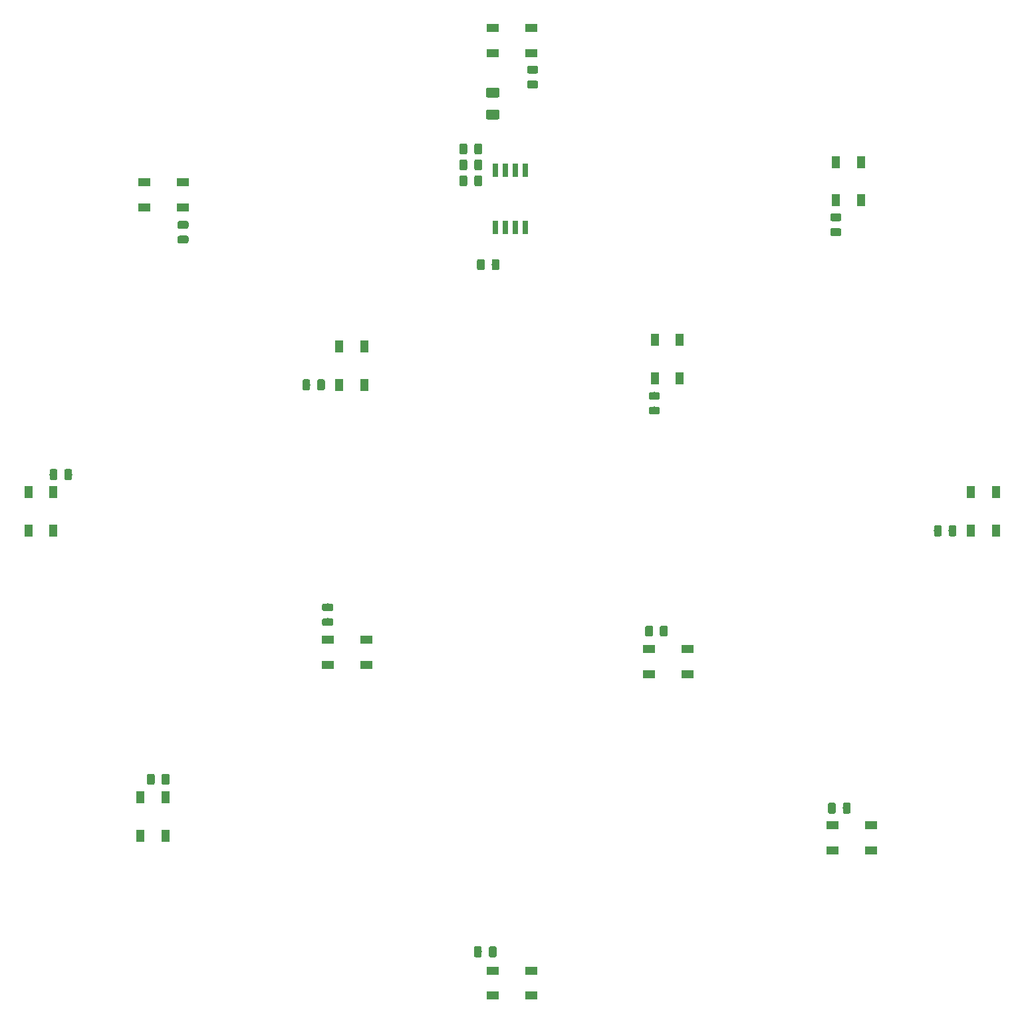
<source format=gbr>
G04 #@! TF.GenerationSoftware,KiCad,Pcbnew,(5.1.2)-2*
G04 #@! TF.CreationDate,2019-09-25T22:48:14-04:00*
G04 #@! TF.ProjectId,LEDWall,4c454457-616c-46c2-9e6b-696361645f70,rev?*
G04 #@! TF.SameCoordinates,Original*
G04 #@! TF.FileFunction,Paste,Top*
G04 #@! TF.FilePolarity,Positive*
%FSLAX46Y46*%
G04 Gerber Fmt 4.6, Leading zero omitted, Abs format (unit mm)*
G04 Created by KiCad (PCBNEW (5.1.2)-2) date 2019-09-25 22:48:14*
%MOMM*%
%LPD*%
G04 APERTURE LIST*
%ADD10R,1.500000X1.000000*%
%ADD11C,0.150000*%
%ADD12C,0.975000*%
%ADD13R,0.650000X1.700000*%
%ADD14C,1.250000*%
%ADD15R,1.000000X1.500000*%
G04 APERTURE END LIST*
D10*
G04 #@! TO.C,D12*
X113374000Y-106477000D03*
X113374000Y-109677000D03*
X118274000Y-106477000D03*
X118274000Y-109677000D03*
G04 #@! TD*
G04 #@! TO.C,D11*
X154268000Y-107683500D03*
X154268000Y-110883500D03*
X159168000Y-107683500D03*
X159168000Y-110883500D03*
G04 #@! TD*
D11*
G04 #@! TO.C,C12*
G36*
X113827642Y-101890674D02*
G01*
X113851303Y-101894184D01*
X113874507Y-101899996D01*
X113897029Y-101908054D01*
X113918653Y-101918282D01*
X113939170Y-101930579D01*
X113958383Y-101944829D01*
X113976107Y-101960893D01*
X113992171Y-101978617D01*
X114006421Y-101997830D01*
X114018718Y-102018347D01*
X114028946Y-102039971D01*
X114037004Y-102062493D01*
X114042816Y-102085697D01*
X114046326Y-102109358D01*
X114047500Y-102133250D01*
X114047500Y-102620750D01*
X114046326Y-102644642D01*
X114042816Y-102668303D01*
X114037004Y-102691507D01*
X114028946Y-102714029D01*
X114018718Y-102735653D01*
X114006421Y-102756170D01*
X113992171Y-102775383D01*
X113976107Y-102793107D01*
X113958383Y-102809171D01*
X113939170Y-102823421D01*
X113918653Y-102835718D01*
X113897029Y-102845946D01*
X113874507Y-102854004D01*
X113851303Y-102859816D01*
X113827642Y-102863326D01*
X113803750Y-102864500D01*
X112891250Y-102864500D01*
X112867358Y-102863326D01*
X112843697Y-102859816D01*
X112820493Y-102854004D01*
X112797971Y-102845946D01*
X112776347Y-102835718D01*
X112755830Y-102823421D01*
X112736617Y-102809171D01*
X112718893Y-102793107D01*
X112702829Y-102775383D01*
X112688579Y-102756170D01*
X112676282Y-102735653D01*
X112666054Y-102714029D01*
X112657996Y-102691507D01*
X112652184Y-102668303D01*
X112648674Y-102644642D01*
X112647500Y-102620750D01*
X112647500Y-102133250D01*
X112648674Y-102109358D01*
X112652184Y-102085697D01*
X112657996Y-102062493D01*
X112666054Y-102039971D01*
X112676282Y-102018347D01*
X112688579Y-101997830D01*
X112702829Y-101978617D01*
X112718893Y-101960893D01*
X112736617Y-101944829D01*
X112755830Y-101930579D01*
X112776347Y-101918282D01*
X112797971Y-101908054D01*
X112820493Y-101899996D01*
X112843697Y-101894184D01*
X112867358Y-101890674D01*
X112891250Y-101889500D01*
X113803750Y-101889500D01*
X113827642Y-101890674D01*
X113827642Y-101890674D01*
G37*
D12*
X113347500Y-102377000D03*
D11*
G36*
X113827642Y-103765674D02*
G01*
X113851303Y-103769184D01*
X113874507Y-103774996D01*
X113897029Y-103783054D01*
X113918653Y-103793282D01*
X113939170Y-103805579D01*
X113958383Y-103819829D01*
X113976107Y-103835893D01*
X113992171Y-103853617D01*
X114006421Y-103872830D01*
X114018718Y-103893347D01*
X114028946Y-103914971D01*
X114037004Y-103937493D01*
X114042816Y-103960697D01*
X114046326Y-103984358D01*
X114047500Y-104008250D01*
X114047500Y-104495750D01*
X114046326Y-104519642D01*
X114042816Y-104543303D01*
X114037004Y-104566507D01*
X114028946Y-104589029D01*
X114018718Y-104610653D01*
X114006421Y-104631170D01*
X113992171Y-104650383D01*
X113976107Y-104668107D01*
X113958383Y-104684171D01*
X113939170Y-104698421D01*
X113918653Y-104710718D01*
X113897029Y-104720946D01*
X113874507Y-104729004D01*
X113851303Y-104734816D01*
X113827642Y-104738326D01*
X113803750Y-104739500D01*
X112891250Y-104739500D01*
X112867358Y-104738326D01*
X112843697Y-104734816D01*
X112820493Y-104729004D01*
X112797971Y-104720946D01*
X112776347Y-104710718D01*
X112755830Y-104698421D01*
X112736617Y-104684171D01*
X112718893Y-104668107D01*
X112702829Y-104650383D01*
X112688579Y-104631170D01*
X112676282Y-104610653D01*
X112666054Y-104589029D01*
X112657996Y-104566507D01*
X112652184Y-104543303D01*
X112648674Y-104519642D01*
X112647500Y-104495750D01*
X112647500Y-104008250D01*
X112648674Y-103984358D01*
X112652184Y-103960697D01*
X112657996Y-103937493D01*
X112666054Y-103914971D01*
X112676282Y-103893347D01*
X112688579Y-103872830D01*
X112702829Y-103853617D01*
X112718893Y-103835893D01*
X112736617Y-103819829D01*
X112755830Y-103805579D01*
X112776347Y-103793282D01*
X112797971Y-103783054D01*
X112820493Y-103774996D01*
X112843697Y-103769184D01*
X112867358Y-103765674D01*
X112891250Y-103764500D01*
X113803750Y-103764500D01*
X113827642Y-103765674D01*
X113827642Y-103765674D01*
G37*
D12*
X113347500Y-104252000D03*
G04 #@! TD*
D11*
G04 #@! TO.C,C11*
G36*
X156414142Y-104711174D02*
G01*
X156437803Y-104714684D01*
X156461007Y-104720496D01*
X156483529Y-104728554D01*
X156505153Y-104738782D01*
X156525670Y-104751079D01*
X156544883Y-104765329D01*
X156562607Y-104781393D01*
X156578671Y-104799117D01*
X156592921Y-104818330D01*
X156605218Y-104838847D01*
X156615446Y-104860471D01*
X156623504Y-104882993D01*
X156629316Y-104906197D01*
X156632826Y-104929858D01*
X156634000Y-104953750D01*
X156634000Y-105866250D01*
X156632826Y-105890142D01*
X156629316Y-105913803D01*
X156623504Y-105937007D01*
X156615446Y-105959529D01*
X156605218Y-105981153D01*
X156592921Y-106001670D01*
X156578671Y-106020883D01*
X156562607Y-106038607D01*
X156544883Y-106054671D01*
X156525670Y-106068921D01*
X156505153Y-106081218D01*
X156483529Y-106091446D01*
X156461007Y-106099504D01*
X156437803Y-106105316D01*
X156414142Y-106108826D01*
X156390250Y-106110000D01*
X155902750Y-106110000D01*
X155878858Y-106108826D01*
X155855197Y-106105316D01*
X155831993Y-106099504D01*
X155809471Y-106091446D01*
X155787847Y-106081218D01*
X155767330Y-106068921D01*
X155748117Y-106054671D01*
X155730393Y-106038607D01*
X155714329Y-106020883D01*
X155700079Y-106001670D01*
X155687782Y-105981153D01*
X155677554Y-105959529D01*
X155669496Y-105937007D01*
X155663684Y-105913803D01*
X155660174Y-105890142D01*
X155659000Y-105866250D01*
X155659000Y-104953750D01*
X155660174Y-104929858D01*
X155663684Y-104906197D01*
X155669496Y-104882993D01*
X155677554Y-104860471D01*
X155687782Y-104838847D01*
X155700079Y-104818330D01*
X155714329Y-104799117D01*
X155730393Y-104781393D01*
X155748117Y-104765329D01*
X155767330Y-104751079D01*
X155787847Y-104738782D01*
X155809471Y-104728554D01*
X155831993Y-104720496D01*
X155855197Y-104714684D01*
X155878858Y-104711174D01*
X155902750Y-104710000D01*
X156390250Y-104710000D01*
X156414142Y-104711174D01*
X156414142Y-104711174D01*
G37*
D12*
X156146500Y-105410000D03*
D11*
G36*
X154539142Y-104711174D02*
G01*
X154562803Y-104714684D01*
X154586007Y-104720496D01*
X154608529Y-104728554D01*
X154630153Y-104738782D01*
X154650670Y-104751079D01*
X154669883Y-104765329D01*
X154687607Y-104781393D01*
X154703671Y-104799117D01*
X154717921Y-104818330D01*
X154730218Y-104838847D01*
X154740446Y-104860471D01*
X154748504Y-104882993D01*
X154754316Y-104906197D01*
X154757826Y-104929858D01*
X154759000Y-104953750D01*
X154759000Y-105866250D01*
X154757826Y-105890142D01*
X154754316Y-105913803D01*
X154748504Y-105937007D01*
X154740446Y-105959529D01*
X154730218Y-105981153D01*
X154717921Y-106001670D01*
X154703671Y-106020883D01*
X154687607Y-106038607D01*
X154669883Y-106054671D01*
X154650670Y-106068921D01*
X154630153Y-106081218D01*
X154608529Y-106091446D01*
X154586007Y-106099504D01*
X154562803Y-106105316D01*
X154539142Y-106108826D01*
X154515250Y-106110000D01*
X154027750Y-106110000D01*
X154003858Y-106108826D01*
X153980197Y-106105316D01*
X153956993Y-106099504D01*
X153934471Y-106091446D01*
X153912847Y-106081218D01*
X153892330Y-106068921D01*
X153873117Y-106054671D01*
X153855393Y-106038607D01*
X153839329Y-106020883D01*
X153825079Y-106001670D01*
X153812782Y-105981153D01*
X153802554Y-105959529D01*
X153794496Y-105937007D01*
X153788684Y-105913803D01*
X153785174Y-105890142D01*
X153784000Y-105866250D01*
X153784000Y-104953750D01*
X153785174Y-104929858D01*
X153788684Y-104906197D01*
X153794496Y-104882993D01*
X153802554Y-104860471D01*
X153812782Y-104838847D01*
X153825079Y-104818330D01*
X153839329Y-104799117D01*
X153855393Y-104781393D01*
X153873117Y-104765329D01*
X153892330Y-104751079D01*
X153912847Y-104738782D01*
X153934471Y-104728554D01*
X153956993Y-104720496D01*
X153980197Y-104714684D01*
X154003858Y-104711174D01*
X154027750Y-104710000D01*
X154515250Y-104710000D01*
X154539142Y-104711174D01*
X154539142Y-104711174D01*
G37*
D12*
X154271500Y-105410000D03*
G04 #@! TD*
D13*
G04 #@! TO.C,U1*
X134683500Y-46705500D03*
X135953500Y-46705500D03*
X137223500Y-46705500D03*
X138493500Y-46705500D03*
X138493500Y-54005500D03*
X137223500Y-54005500D03*
X135953500Y-54005500D03*
X134683500Y-54005500D03*
G04 #@! TD*
D11*
G04 #@! TO.C,R2*
G36*
X135015504Y-39003204D02*
G01*
X135039773Y-39006804D01*
X135063571Y-39012765D01*
X135086671Y-39021030D01*
X135108849Y-39031520D01*
X135129893Y-39044133D01*
X135149598Y-39058747D01*
X135167777Y-39075223D01*
X135184253Y-39093402D01*
X135198867Y-39113107D01*
X135211480Y-39134151D01*
X135221970Y-39156329D01*
X135230235Y-39179429D01*
X135236196Y-39203227D01*
X135239796Y-39227496D01*
X135241000Y-39252000D01*
X135241000Y-40002000D01*
X135239796Y-40026504D01*
X135236196Y-40050773D01*
X135230235Y-40074571D01*
X135221970Y-40097671D01*
X135211480Y-40119849D01*
X135198867Y-40140893D01*
X135184253Y-40160598D01*
X135167777Y-40178777D01*
X135149598Y-40195253D01*
X135129893Y-40209867D01*
X135108849Y-40222480D01*
X135086671Y-40232970D01*
X135063571Y-40241235D01*
X135039773Y-40247196D01*
X135015504Y-40250796D01*
X134991000Y-40252000D01*
X133741000Y-40252000D01*
X133716496Y-40250796D01*
X133692227Y-40247196D01*
X133668429Y-40241235D01*
X133645329Y-40232970D01*
X133623151Y-40222480D01*
X133602107Y-40209867D01*
X133582402Y-40195253D01*
X133564223Y-40178777D01*
X133547747Y-40160598D01*
X133533133Y-40140893D01*
X133520520Y-40119849D01*
X133510030Y-40097671D01*
X133501765Y-40074571D01*
X133495804Y-40050773D01*
X133492204Y-40026504D01*
X133491000Y-40002000D01*
X133491000Y-39252000D01*
X133492204Y-39227496D01*
X133495804Y-39203227D01*
X133501765Y-39179429D01*
X133510030Y-39156329D01*
X133520520Y-39134151D01*
X133533133Y-39113107D01*
X133547747Y-39093402D01*
X133564223Y-39075223D01*
X133582402Y-39058747D01*
X133602107Y-39044133D01*
X133623151Y-39031520D01*
X133645329Y-39021030D01*
X133668429Y-39012765D01*
X133692227Y-39006804D01*
X133716496Y-39003204D01*
X133741000Y-39002000D01*
X134991000Y-39002000D01*
X135015504Y-39003204D01*
X135015504Y-39003204D01*
G37*
D14*
X134366000Y-39627000D03*
D11*
G36*
X135015504Y-36203204D02*
G01*
X135039773Y-36206804D01*
X135063571Y-36212765D01*
X135086671Y-36221030D01*
X135108849Y-36231520D01*
X135129893Y-36244133D01*
X135149598Y-36258747D01*
X135167777Y-36275223D01*
X135184253Y-36293402D01*
X135198867Y-36313107D01*
X135211480Y-36334151D01*
X135221970Y-36356329D01*
X135230235Y-36379429D01*
X135236196Y-36403227D01*
X135239796Y-36427496D01*
X135241000Y-36452000D01*
X135241000Y-37202000D01*
X135239796Y-37226504D01*
X135236196Y-37250773D01*
X135230235Y-37274571D01*
X135221970Y-37297671D01*
X135211480Y-37319849D01*
X135198867Y-37340893D01*
X135184253Y-37360598D01*
X135167777Y-37378777D01*
X135149598Y-37395253D01*
X135129893Y-37409867D01*
X135108849Y-37422480D01*
X135086671Y-37432970D01*
X135063571Y-37441235D01*
X135039773Y-37447196D01*
X135015504Y-37450796D01*
X134991000Y-37452000D01*
X133741000Y-37452000D01*
X133716496Y-37450796D01*
X133692227Y-37447196D01*
X133668429Y-37441235D01*
X133645329Y-37432970D01*
X133623151Y-37422480D01*
X133602107Y-37409867D01*
X133582402Y-37395253D01*
X133564223Y-37378777D01*
X133547747Y-37360598D01*
X133533133Y-37340893D01*
X133520520Y-37319849D01*
X133510030Y-37297671D01*
X133501765Y-37274571D01*
X133495804Y-37250773D01*
X133492204Y-37226504D01*
X133491000Y-37202000D01*
X133491000Y-36452000D01*
X133492204Y-36427496D01*
X133495804Y-36403227D01*
X133501765Y-36379429D01*
X133510030Y-36356329D01*
X133520520Y-36334151D01*
X133533133Y-36313107D01*
X133547747Y-36293402D01*
X133564223Y-36275223D01*
X133582402Y-36258747D01*
X133602107Y-36244133D01*
X133623151Y-36231520D01*
X133645329Y-36221030D01*
X133668429Y-36212765D01*
X133692227Y-36206804D01*
X133716496Y-36203204D01*
X133741000Y-36202000D01*
X134991000Y-36202000D01*
X135015504Y-36203204D01*
X135015504Y-36203204D01*
G37*
D14*
X134366000Y-36827000D03*
G04 #@! TD*
D11*
G04 #@! TO.C,R1*
G36*
X134999642Y-58038674D02*
G01*
X135023303Y-58042184D01*
X135046507Y-58047996D01*
X135069029Y-58056054D01*
X135090653Y-58066282D01*
X135111170Y-58078579D01*
X135130383Y-58092829D01*
X135148107Y-58108893D01*
X135164171Y-58126617D01*
X135178421Y-58145830D01*
X135190718Y-58166347D01*
X135200946Y-58187971D01*
X135209004Y-58210493D01*
X135214816Y-58233697D01*
X135218326Y-58257358D01*
X135219500Y-58281250D01*
X135219500Y-59193750D01*
X135218326Y-59217642D01*
X135214816Y-59241303D01*
X135209004Y-59264507D01*
X135200946Y-59287029D01*
X135190718Y-59308653D01*
X135178421Y-59329170D01*
X135164171Y-59348383D01*
X135148107Y-59366107D01*
X135130383Y-59382171D01*
X135111170Y-59396421D01*
X135090653Y-59408718D01*
X135069029Y-59418946D01*
X135046507Y-59427004D01*
X135023303Y-59432816D01*
X134999642Y-59436326D01*
X134975750Y-59437500D01*
X134488250Y-59437500D01*
X134464358Y-59436326D01*
X134440697Y-59432816D01*
X134417493Y-59427004D01*
X134394971Y-59418946D01*
X134373347Y-59408718D01*
X134352830Y-59396421D01*
X134333617Y-59382171D01*
X134315893Y-59366107D01*
X134299829Y-59348383D01*
X134285579Y-59329170D01*
X134273282Y-59308653D01*
X134263054Y-59287029D01*
X134254996Y-59264507D01*
X134249184Y-59241303D01*
X134245674Y-59217642D01*
X134244500Y-59193750D01*
X134244500Y-58281250D01*
X134245674Y-58257358D01*
X134249184Y-58233697D01*
X134254996Y-58210493D01*
X134263054Y-58187971D01*
X134273282Y-58166347D01*
X134285579Y-58145830D01*
X134299829Y-58126617D01*
X134315893Y-58108893D01*
X134333617Y-58092829D01*
X134352830Y-58078579D01*
X134373347Y-58066282D01*
X134394971Y-58056054D01*
X134417493Y-58047996D01*
X134440697Y-58042184D01*
X134464358Y-58038674D01*
X134488250Y-58037500D01*
X134975750Y-58037500D01*
X134999642Y-58038674D01*
X134999642Y-58038674D01*
G37*
D12*
X134732000Y-58737500D03*
D11*
G36*
X133124642Y-58038674D02*
G01*
X133148303Y-58042184D01*
X133171507Y-58047996D01*
X133194029Y-58056054D01*
X133215653Y-58066282D01*
X133236170Y-58078579D01*
X133255383Y-58092829D01*
X133273107Y-58108893D01*
X133289171Y-58126617D01*
X133303421Y-58145830D01*
X133315718Y-58166347D01*
X133325946Y-58187971D01*
X133334004Y-58210493D01*
X133339816Y-58233697D01*
X133343326Y-58257358D01*
X133344500Y-58281250D01*
X133344500Y-59193750D01*
X133343326Y-59217642D01*
X133339816Y-59241303D01*
X133334004Y-59264507D01*
X133325946Y-59287029D01*
X133315718Y-59308653D01*
X133303421Y-59329170D01*
X133289171Y-59348383D01*
X133273107Y-59366107D01*
X133255383Y-59382171D01*
X133236170Y-59396421D01*
X133215653Y-59408718D01*
X133194029Y-59418946D01*
X133171507Y-59427004D01*
X133148303Y-59432816D01*
X133124642Y-59436326D01*
X133100750Y-59437500D01*
X132613250Y-59437500D01*
X132589358Y-59436326D01*
X132565697Y-59432816D01*
X132542493Y-59427004D01*
X132519971Y-59418946D01*
X132498347Y-59408718D01*
X132477830Y-59396421D01*
X132458617Y-59382171D01*
X132440893Y-59366107D01*
X132424829Y-59348383D01*
X132410579Y-59329170D01*
X132398282Y-59308653D01*
X132388054Y-59287029D01*
X132379996Y-59264507D01*
X132374184Y-59241303D01*
X132370674Y-59217642D01*
X132369500Y-59193750D01*
X132369500Y-58281250D01*
X132370674Y-58257358D01*
X132374184Y-58233697D01*
X132379996Y-58210493D01*
X132388054Y-58187971D01*
X132398282Y-58166347D01*
X132410579Y-58145830D01*
X132424829Y-58126617D01*
X132440893Y-58108893D01*
X132458617Y-58092829D01*
X132477830Y-58078579D01*
X132498347Y-58066282D01*
X132519971Y-58056054D01*
X132542493Y-58047996D01*
X132565697Y-58042184D01*
X132589358Y-58038674D01*
X132613250Y-58037500D01*
X133100750Y-58037500D01*
X133124642Y-58038674D01*
X133124642Y-58038674D01*
G37*
D12*
X132857000Y-58737500D03*
G04 #@! TD*
D15*
G04 #@! TO.C,D10*
X154991000Y-73252500D03*
X158191000Y-73252500D03*
X154991000Y-68352500D03*
X158191000Y-68352500D03*
G04 #@! TD*
G04 #@! TO.C,D9*
X114832500Y-74065500D03*
X118032500Y-74065500D03*
X114832500Y-69165500D03*
X118032500Y-69165500D03*
G04 #@! TD*
D10*
G04 #@! TO.C,D8*
X94906000Y-51447500D03*
X94906000Y-48247500D03*
X90006000Y-51447500D03*
X90006000Y-48247500D03*
G04 #@! TD*
D15*
G04 #@! TO.C,D7*
X78435000Y-87720000D03*
X75235000Y-87720000D03*
X78435000Y-92620000D03*
X75235000Y-92620000D03*
G04 #@! TD*
G04 #@! TO.C,D6*
X92722500Y-126582000D03*
X89522500Y-126582000D03*
X92722500Y-131482000D03*
X89522500Y-131482000D03*
G04 #@! TD*
D10*
G04 #@! TO.C,D5*
X134366000Y-148628500D03*
X134366000Y-151828500D03*
X139266000Y-148628500D03*
X139266000Y-151828500D03*
G04 #@! TD*
G04 #@! TO.C,D4*
X177636000Y-130099000D03*
X177636000Y-133299000D03*
X182536000Y-130099000D03*
X182536000Y-133299000D03*
G04 #@! TD*
D15*
G04 #@! TO.C,D3*
X195250000Y-92620000D03*
X198450000Y-92620000D03*
X195250000Y-87720000D03*
X198450000Y-87720000D03*
G04 #@! TD*
G04 #@! TO.C,D2*
X178078500Y-50570500D03*
X181278500Y-50570500D03*
X178078500Y-45670500D03*
X181278500Y-45670500D03*
G04 #@! TD*
D10*
G04 #@! TO.C,D1*
X139292500Y-31826000D03*
X139292500Y-28626000D03*
X134392500Y-31826000D03*
X134392500Y-28626000D03*
G04 #@! TD*
D11*
G04 #@! TO.C,C15*
G36*
X130902142Y-47370674D02*
G01*
X130925803Y-47374184D01*
X130949007Y-47379996D01*
X130971529Y-47388054D01*
X130993153Y-47398282D01*
X131013670Y-47410579D01*
X131032883Y-47424829D01*
X131050607Y-47440893D01*
X131066671Y-47458617D01*
X131080921Y-47477830D01*
X131093218Y-47498347D01*
X131103446Y-47519971D01*
X131111504Y-47542493D01*
X131117316Y-47565697D01*
X131120826Y-47589358D01*
X131122000Y-47613250D01*
X131122000Y-48525750D01*
X131120826Y-48549642D01*
X131117316Y-48573303D01*
X131111504Y-48596507D01*
X131103446Y-48619029D01*
X131093218Y-48640653D01*
X131080921Y-48661170D01*
X131066671Y-48680383D01*
X131050607Y-48698107D01*
X131032883Y-48714171D01*
X131013670Y-48728421D01*
X130993153Y-48740718D01*
X130971529Y-48750946D01*
X130949007Y-48759004D01*
X130925803Y-48764816D01*
X130902142Y-48768326D01*
X130878250Y-48769500D01*
X130390750Y-48769500D01*
X130366858Y-48768326D01*
X130343197Y-48764816D01*
X130319993Y-48759004D01*
X130297471Y-48750946D01*
X130275847Y-48740718D01*
X130255330Y-48728421D01*
X130236117Y-48714171D01*
X130218393Y-48698107D01*
X130202329Y-48680383D01*
X130188079Y-48661170D01*
X130175782Y-48640653D01*
X130165554Y-48619029D01*
X130157496Y-48596507D01*
X130151684Y-48573303D01*
X130148174Y-48549642D01*
X130147000Y-48525750D01*
X130147000Y-47613250D01*
X130148174Y-47589358D01*
X130151684Y-47565697D01*
X130157496Y-47542493D01*
X130165554Y-47519971D01*
X130175782Y-47498347D01*
X130188079Y-47477830D01*
X130202329Y-47458617D01*
X130218393Y-47440893D01*
X130236117Y-47424829D01*
X130255330Y-47410579D01*
X130275847Y-47398282D01*
X130297471Y-47388054D01*
X130319993Y-47379996D01*
X130343197Y-47374184D01*
X130366858Y-47370674D01*
X130390750Y-47369500D01*
X130878250Y-47369500D01*
X130902142Y-47370674D01*
X130902142Y-47370674D01*
G37*
D12*
X130634500Y-48069500D03*
D11*
G36*
X132777142Y-47370674D02*
G01*
X132800803Y-47374184D01*
X132824007Y-47379996D01*
X132846529Y-47388054D01*
X132868153Y-47398282D01*
X132888670Y-47410579D01*
X132907883Y-47424829D01*
X132925607Y-47440893D01*
X132941671Y-47458617D01*
X132955921Y-47477830D01*
X132968218Y-47498347D01*
X132978446Y-47519971D01*
X132986504Y-47542493D01*
X132992316Y-47565697D01*
X132995826Y-47589358D01*
X132997000Y-47613250D01*
X132997000Y-48525750D01*
X132995826Y-48549642D01*
X132992316Y-48573303D01*
X132986504Y-48596507D01*
X132978446Y-48619029D01*
X132968218Y-48640653D01*
X132955921Y-48661170D01*
X132941671Y-48680383D01*
X132925607Y-48698107D01*
X132907883Y-48714171D01*
X132888670Y-48728421D01*
X132868153Y-48740718D01*
X132846529Y-48750946D01*
X132824007Y-48759004D01*
X132800803Y-48764816D01*
X132777142Y-48768326D01*
X132753250Y-48769500D01*
X132265750Y-48769500D01*
X132241858Y-48768326D01*
X132218197Y-48764816D01*
X132194993Y-48759004D01*
X132172471Y-48750946D01*
X132150847Y-48740718D01*
X132130330Y-48728421D01*
X132111117Y-48714171D01*
X132093393Y-48698107D01*
X132077329Y-48680383D01*
X132063079Y-48661170D01*
X132050782Y-48640653D01*
X132040554Y-48619029D01*
X132032496Y-48596507D01*
X132026684Y-48573303D01*
X132023174Y-48549642D01*
X132022000Y-48525750D01*
X132022000Y-47613250D01*
X132023174Y-47589358D01*
X132026684Y-47565697D01*
X132032496Y-47542493D01*
X132040554Y-47519971D01*
X132050782Y-47498347D01*
X132063079Y-47477830D01*
X132077329Y-47458617D01*
X132093393Y-47440893D01*
X132111117Y-47424829D01*
X132130330Y-47410579D01*
X132150847Y-47398282D01*
X132172471Y-47388054D01*
X132194993Y-47379996D01*
X132218197Y-47374184D01*
X132241858Y-47370674D01*
X132265750Y-47369500D01*
X132753250Y-47369500D01*
X132777142Y-47370674D01*
X132777142Y-47370674D01*
G37*
D12*
X132509500Y-48069500D03*
G04 #@! TD*
D11*
G04 #@! TO.C,C14*
G36*
X130902142Y-43306674D02*
G01*
X130925803Y-43310184D01*
X130949007Y-43315996D01*
X130971529Y-43324054D01*
X130993153Y-43334282D01*
X131013670Y-43346579D01*
X131032883Y-43360829D01*
X131050607Y-43376893D01*
X131066671Y-43394617D01*
X131080921Y-43413830D01*
X131093218Y-43434347D01*
X131103446Y-43455971D01*
X131111504Y-43478493D01*
X131117316Y-43501697D01*
X131120826Y-43525358D01*
X131122000Y-43549250D01*
X131122000Y-44461750D01*
X131120826Y-44485642D01*
X131117316Y-44509303D01*
X131111504Y-44532507D01*
X131103446Y-44555029D01*
X131093218Y-44576653D01*
X131080921Y-44597170D01*
X131066671Y-44616383D01*
X131050607Y-44634107D01*
X131032883Y-44650171D01*
X131013670Y-44664421D01*
X130993153Y-44676718D01*
X130971529Y-44686946D01*
X130949007Y-44695004D01*
X130925803Y-44700816D01*
X130902142Y-44704326D01*
X130878250Y-44705500D01*
X130390750Y-44705500D01*
X130366858Y-44704326D01*
X130343197Y-44700816D01*
X130319993Y-44695004D01*
X130297471Y-44686946D01*
X130275847Y-44676718D01*
X130255330Y-44664421D01*
X130236117Y-44650171D01*
X130218393Y-44634107D01*
X130202329Y-44616383D01*
X130188079Y-44597170D01*
X130175782Y-44576653D01*
X130165554Y-44555029D01*
X130157496Y-44532507D01*
X130151684Y-44509303D01*
X130148174Y-44485642D01*
X130147000Y-44461750D01*
X130147000Y-43549250D01*
X130148174Y-43525358D01*
X130151684Y-43501697D01*
X130157496Y-43478493D01*
X130165554Y-43455971D01*
X130175782Y-43434347D01*
X130188079Y-43413830D01*
X130202329Y-43394617D01*
X130218393Y-43376893D01*
X130236117Y-43360829D01*
X130255330Y-43346579D01*
X130275847Y-43334282D01*
X130297471Y-43324054D01*
X130319993Y-43315996D01*
X130343197Y-43310184D01*
X130366858Y-43306674D01*
X130390750Y-43305500D01*
X130878250Y-43305500D01*
X130902142Y-43306674D01*
X130902142Y-43306674D01*
G37*
D12*
X130634500Y-44005500D03*
D11*
G36*
X132777142Y-43306674D02*
G01*
X132800803Y-43310184D01*
X132824007Y-43315996D01*
X132846529Y-43324054D01*
X132868153Y-43334282D01*
X132888670Y-43346579D01*
X132907883Y-43360829D01*
X132925607Y-43376893D01*
X132941671Y-43394617D01*
X132955921Y-43413830D01*
X132968218Y-43434347D01*
X132978446Y-43455971D01*
X132986504Y-43478493D01*
X132992316Y-43501697D01*
X132995826Y-43525358D01*
X132997000Y-43549250D01*
X132997000Y-44461750D01*
X132995826Y-44485642D01*
X132992316Y-44509303D01*
X132986504Y-44532507D01*
X132978446Y-44555029D01*
X132968218Y-44576653D01*
X132955921Y-44597170D01*
X132941671Y-44616383D01*
X132925607Y-44634107D01*
X132907883Y-44650171D01*
X132888670Y-44664421D01*
X132868153Y-44676718D01*
X132846529Y-44686946D01*
X132824007Y-44695004D01*
X132800803Y-44700816D01*
X132777142Y-44704326D01*
X132753250Y-44705500D01*
X132265750Y-44705500D01*
X132241858Y-44704326D01*
X132218197Y-44700816D01*
X132194993Y-44695004D01*
X132172471Y-44686946D01*
X132150847Y-44676718D01*
X132130330Y-44664421D01*
X132111117Y-44650171D01*
X132093393Y-44634107D01*
X132077329Y-44616383D01*
X132063079Y-44597170D01*
X132050782Y-44576653D01*
X132040554Y-44555029D01*
X132032496Y-44532507D01*
X132026684Y-44509303D01*
X132023174Y-44485642D01*
X132022000Y-44461750D01*
X132022000Y-43549250D01*
X132023174Y-43525358D01*
X132026684Y-43501697D01*
X132032496Y-43478493D01*
X132040554Y-43455971D01*
X132050782Y-43434347D01*
X132063079Y-43413830D01*
X132077329Y-43394617D01*
X132093393Y-43376893D01*
X132111117Y-43360829D01*
X132130330Y-43346579D01*
X132150847Y-43334282D01*
X132172471Y-43324054D01*
X132194993Y-43315996D01*
X132218197Y-43310184D01*
X132241858Y-43306674D01*
X132265750Y-43305500D01*
X132753250Y-43305500D01*
X132777142Y-43306674D01*
X132777142Y-43306674D01*
G37*
D12*
X132509500Y-44005500D03*
G04 #@! TD*
D11*
G04 #@! TO.C,C13*
G36*
X130902142Y-45338674D02*
G01*
X130925803Y-45342184D01*
X130949007Y-45347996D01*
X130971529Y-45356054D01*
X130993153Y-45366282D01*
X131013670Y-45378579D01*
X131032883Y-45392829D01*
X131050607Y-45408893D01*
X131066671Y-45426617D01*
X131080921Y-45445830D01*
X131093218Y-45466347D01*
X131103446Y-45487971D01*
X131111504Y-45510493D01*
X131117316Y-45533697D01*
X131120826Y-45557358D01*
X131122000Y-45581250D01*
X131122000Y-46493750D01*
X131120826Y-46517642D01*
X131117316Y-46541303D01*
X131111504Y-46564507D01*
X131103446Y-46587029D01*
X131093218Y-46608653D01*
X131080921Y-46629170D01*
X131066671Y-46648383D01*
X131050607Y-46666107D01*
X131032883Y-46682171D01*
X131013670Y-46696421D01*
X130993153Y-46708718D01*
X130971529Y-46718946D01*
X130949007Y-46727004D01*
X130925803Y-46732816D01*
X130902142Y-46736326D01*
X130878250Y-46737500D01*
X130390750Y-46737500D01*
X130366858Y-46736326D01*
X130343197Y-46732816D01*
X130319993Y-46727004D01*
X130297471Y-46718946D01*
X130275847Y-46708718D01*
X130255330Y-46696421D01*
X130236117Y-46682171D01*
X130218393Y-46666107D01*
X130202329Y-46648383D01*
X130188079Y-46629170D01*
X130175782Y-46608653D01*
X130165554Y-46587029D01*
X130157496Y-46564507D01*
X130151684Y-46541303D01*
X130148174Y-46517642D01*
X130147000Y-46493750D01*
X130147000Y-45581250D01*
X130148174Y-45557358D01*
X130151684Y-45533697D01*
X130157496Y-45510493D01*
X130165554Y-45487971D01*
X130175782Y-45466347D01*
X130188079Y-45445830D01*
X130202329Y-45426617D01*
X130218393Y-45408893D01*
X130236117Y-45392829D01*
X130255330Y-45378579D01*
X130275847Y-45366282D01*
X130297471Y-45356054D01*
X130319993Y-45347996D01*
X130343197Y-45342184D01*
X130366858Y-45338674D01*
X130390750Y-45337500D01*
X130878250Y-45337500D01*
X130902142Y-45338674D01*
X130902142Y-45338674D01*
G37*
D12*
X130634500Y-46037500D03*
D11*
G36*
X132777142Y-45338674D02*
G01*
X132800803Y-45342184D01*
X132824007Y-45347996D01*
X132846529Y-45356054D01*
X132868153Y-45366282D01*
X132888670Y-45378579D01*
X132907883Y-45392829D01*
X132925607Y-45408893D01*
X132941671Y-45426617D01*
X132955921Y-45445830D01*
X132968218Y-45466347D01*
X132978446Y-45487971D01*
X132986504Y-45510493D01*
X132992316Y-45533697D01*
X132995826Y-45557358D01*
X132997000Y-45581250D01*
X132997000Y-46493750D01*
X132995826Y-46517642D01*
X132992316Y-46541303D01*
X132986504Y-46564507D01*
X132978446Y-46587029D01*
X132968218Y-46608653D01*
X132955921Y-46629170D01*
X132941671Y-46648383D01*
X132925607Y-46666107D01*
X132907883Y-46682171D01*
X132888670Y-46696421D01*
X132868153Y-46708718D01*
X132846529Y-46718946D01*
X132824007Y-46727004D01*
X132800803Y-46732816D01*
X132777142Y-46736326D01*
X132753250Y-46737500D01*
X132265750Y-46737500D01*
X132241858Y-46736326D01*
X132218197Y-46732816D01*
X132194993Y-46727004D01*
X132172471Y-46718946D01*
X132150847Y-46708718D01*
X132130330Y-46696421D01*
X132111117Y-46682171D01*
X132093393Y-46666107D01*
X132077329Y-46648383D01*
X132063079Y-46629170D01*
X132050782Y-46608653D01*
X132040554Y-46587029D01*
X132032496Y-46564507D01*
X132026684Y-46541303D01*
X132023174Y-46517642D01*
X132022000Y-46493750D01*
X132022000Y-45581250D01*
X132023174Y-45557358D01*
X132026684Y-45533697D01*
X132032496Y-45510493D01*
X132040554Y-45487971D01*
X132050782Y-45466347D01*
X132063079Y-45445830D01*
X132077329Y-45426617D01*
X132093393Y-45408893D01*
X132111117Y-45392829D01*
X132130330Y-45378579D01*
X132150847Y-45366282D01*
X132172471Y-45356054D01*
X132194993Y-45347996D01*
X132218197Y-45342184D01*
X132241858Y-45338674D01*
X132265750Y-45337500D01*
X132753250Y-45337500D01*
X132777142Y-45338674D01*
X132777142Y-45338674D01*
G37*
D12*
X132509500Y-46037500D03*
G04 #@! TD*
D11*
G04 #@! TO.C,C10*
G36*
X155420142Y-76841674D02*
G01*
X155443803Y-76845184D01*
X155467007Y-76850996D01*
X155489529Y-76859054D01*
X155511153Y-76869282D01*
X155531670Y-76881579D01*
X155550883Y-76895829D01*
X155568607Y-76911893D01*
X155584671Y-76929617D01*
X155598921Y-76948830D01*
X155611218Y-76969347D01*
X155621446Y-76990971D01*
X155629504Y-77013493D01*
X155635316Y-77036697D01*
X155638826Y-77060358D01*
X155640000Y-77084250D01*
X155640000Y-77571750D01*
X155638826Y-77595642D01*
X155635316Y-77619303D01*
X155629504Y-77642507D01*
X155621446Y-77665029D01*
X155611218Y-77686653D01*
X155598921Y-77707170D01*
X155584671Y-77726383D01*
X155568607Y-77744107D01*
X155550883Y-77760171D01*
X155531670Y-77774421D01*
X155511153Y-77786718D01*
X155489529Y-77796946D01*
X155467007Y-77805004D01*
X155443803Y-77810816D01*
X155420142Y-77814326D01*
X155396250Y-77815500D01*
X154483750Y-77815500D01*
X154459858Y-77814326D01*
X154436197Y-77810816D01*
X154412993Y-77805004D01*
X154390471Y-77796946D01*
X154368847Y-77786718D01*
X154348330Y-77774421D01*
X154329117Y-77760171D01*
X154311393Y-77744107D01*
X154295329Y-77726383D01*
X154281079Y-77707170D01*
X154268782Y-77686653D01*
X154258554Y-77665029D01*
X154250496Y-77642507D01*
X154244684Y-77619303D01*
X154241174Y-77595642D01*
X154240000Y-77571750D01*
X154240000Y-77084250D01*
X154241174Y-77060358D01*
X154244684Y-77036697D01*
X154250496Y-77013493D01*
X154258554Y-76990971D01*
X154268782Y-76969347D01*
X154281079Y-76948830D01*
X154295329Y-76929617D01*
X154311393Y-76911893D01*
X154329117Y-76895829D01*
X154348330Y-76881579D01*
X154368847Y-76869282D01*
X154390471Y-76859054D01*
X154412993Y-76850996D01*
X154436197Y-76845184D01*
X154459858Y-76841674D01*
X154483750Y-76840500D01*
X155396250Y-76840500D01*
X155420142Y-76841674D01*
X155420142Y-76841674D01*
G37*
D12*
X154940000Y-77328000D03*
D11*
G36*
X155420142Y-74966674D02*
G01*
X155443803Y-74970184D01*
X155467007Y-74975996D01*
X155489529Y-74984054D01*
X155511153Y-74994282D01*
X155531670Y-75006579D01*
X155550883Y-75020829D01*
X155568607Y-75036893D01*
X155584671Y-75054617D01*
X155598921Y-75073830D01*
X155611218Y-75094347D01*
X155621446Y-75115971D01*
X155629504Y-75138493D01*
X155635316Y-75161697D01*
X155638826Y-75185358D01*
X155640000Y-75209250D01*
X155640000Y-75696750D01*
X155638826Y-75720642D01*
X155635316Y-75744303D01*
X155629504Y-75767507D01*
X155621446Y-75790029D01*
X155611218Y-75811653D01*
X155598921Y-75832170D01*
X155584671Y-75851383D01*
X155568607Y-75869107D01*
X155550883Y-75885171D01*
X155531670Y-75899421D01*
X155511153Y-75911718D01*
X155489529Y-75921946D01*
X155467007Y-75930004D01*
X155443803Y-75935816D01*
X155420142Y-75939326D01*
X155396250Y-75940500D01*
X154483750Y-75940500D01*
X154459858Y-75939326D01*
X154436197Y-75935816D01*
X154412993Y-75930004D01*
X154390471Y-75921946D01*
X154368847Y-75911718D01*
X154348330Y-75899421D01*
X154329117Y-75885171D01*
X154311393Y-75869107D01*
X154295329Y-75851383D01*
X154281079Y-75832170D01*
X154268782Y-75811653D01*
X154258554Y-75790029D01*
X154250496Y-75767507D01*
X154244684Y-75744303D01*
X154241174Y-75720642D01*
X154240000Y-75696750D01*
X154240000Y-75209250D01*
X154241174Y-75185358D01*
X154244684Y-75161697D01*
X154250496Y-75138493D01*
X154258554Y-75115971D01*
X154268782Y-75094347D01*
X154281079Y-75073830D01*
X154295329Y-75054617D01*
X154311393Y-75036893D01*
X154329117Y-75020829D01*
X154348330Y-75006579D01*
X154368847Y-74994282D01*
X154390471Y-74984054D01*
X154412993Y-74975996D01*
X154436197Y-74970184D01*
X154459858Y-74966674D01*
X154483750Y-74965500D01*
X155396250Y-74965500D01*
X155420142Y-74966674D01*
X155420142Y-74966674D01*
G37*
D12*
X154940000Y-75453000D03*
G04 #@! TD*
D11*
G04 #@! TO.C,C9*
G36*
X110899642Y-73342174D02*
G01*
X110923303Y-73345684D01*
X110946507Y-73351496D01*
X110969029Y-73359554D01*
X110990653Y-73369782D01*
X111011170Y-73382079D01*
X111030383Y-73396329D01*
X111048107Y-73412393D01*
X111064171Y-73430117D01*
X111078421Y-73449330D01*
X111090718Y-73469847D01*
X111100946Y-73491471D01*
X111109004Y-73513993D01*
X111114816Y-73537197D01*
X111118326Y-73560858D01*
X111119500Y-73584750D01*
X111119500Y-74497250D01*
X111118326Y-74521142D01*
X111114816Y-74544803D01*
X111109004Y-74568007D01*
X111100946Y-74590529D01*
X111090718Y-74612153D01*
X111078421Y-74632670D01*
X111064171Y-74651883D01*
X111048107Y-74669607D01*
X111030383Y-74685671D01*
X111011170Y-74699921D01*
X110990653Y-74712218D01*
X110969029Y-74722446D01*
X110946507Y-74730504D01*
X110923303Y-74736316D01*
X110899642Y-74739826D01*
X110875750Y-74741000D01*
X110388250Y-74741000D01*
X110364358Y-74739826D01*
X110340697Y-74736316D01*
X110317493Y-74730504D01*
X110294971Y-74722446D01*
X110273347Y-74712218D01*
X110252830Y-74699921D01*
X110233617Y-74685671D01*
X110215893Y-74669607D01*
X110199829Y-74651883D01*
X110185579Y-74632670D01*
X110173282Y-74612153D01*
X110163054Y-74590529D01*
X110154996Y-74568007D01*
X110149184Y-74544803D01*
X110145674Y-74521142D01*
X110144500Y-74497250D01*
X110144500Y-73584750D01*
X110145674Y-73560858D01*
X110149184Y-73537197D01*
X110154996Y-73513993D01*
X110163054Y-73491471D01*
X110173282Y-73469847D01*
X110185579Y-73449330D01*
X110199829Y-73430117D01*
X110215893Y-73412393D01*
X110233617Y-73396329D01*
X110252830Y-73382079D01*
X110273347Y-73369782D01*
X110294971Y-73359554D01*
X110317493Y-73351496D01*
X110340697Y-73345684D01*
X110364358Y-73342174D01*
X110388250Y-73341000D01*
X110875750Y-73341000D01*
X110899642Y-73342174D01*
X110899642Y-73342174D01*
G37*
D12*
X110632000Y-74041000D03*
D11*
G36*
X112774642Y-73342174D02*
G01*
X112798303Y-73345684D01*
X112821507Y-73351496D01*
X112844029Y-73359554D01*
X112865653Y-73369782D01*
X112886170Y-73382079D01*
X112905383Y-73396329D01*
X112923107Y-73412393D01*
X112939171Y-73430117D01*
X112953421Y-73449330D01*
X112965718Y-73469847D01*
X112975946Y-73491471D01*
X112984004Y-73513993D01*
X112989816Y-73537197D01*
X112993326Y-73560858D01*
X112994500Y-73584750D01*
X112994500Y-74497250D01*
X112993326Y-74521142D01*
X112989816Y-74544803D01*
X112984004Y-74568007D01*
X112975946Y-74590529D01*
X112965718Y-74612153D01*
X112953421Y-74632670D01*
X112939171Y-74651883D01*
X112923107Y-74669607D01*
X112905383Y-74685671D01*
X112886170Y-74699921D01*
X112865653Y-74712218D01*
X112844029Y-74722446D01*
X112821507Y-74730504D01*
X112798303Y-74736316D01*
X112774642Y-74739826D01*
X112750750Y-74741000D01*
X112263250Y-74741000D01*
X112239358Y-74739826D01*
X112215697Y-74736316D01*
X112192493Y-74730504D01*
X112169971Y-74722446D01*
X112148347Y-74712218D01*
X112127830Y-74699921D01*
X112108617Y-74685671D01*
X112090893Y-74669607D01*
X112074829Y-74651883D01*
X112060579Y-74632670D01*
X112048282Y-74612153D01*
X112038054Y-74590529D01*
X112029996Y-74568007D01*
X112024184Y-74544803D01*
X112020674Y-74521142D01*
X112019500Y-74497250D01*
X112019500Y-73584750D01*
X112020674Y-73560858D01*
X112024184Y-73537197D01*
X112029996Y-73513993D01*
X112038054Y-73491471D01*
X112048282Y-73469847D01*
X112060579Y-73449330D01*
X112074829Y-73430117D01*
X112090893Y-73412393D01*
X112108617Y-73396329D01*
X112127830Y-73382079D01*
X112148347Y-73369782D01*
X112169971Y-73359554D01*
X112192493Y-73351496D01*
X112215697Y-73345684D01*
X112239358Y-73342174D01*
X112263250Y-73341000D01*
X112750750Y-73341000D01*
X112774642Y-73342174D01*
X112774642Y-73342174D01*
G37*
D12*
X112507000Y-74041000D03*
G04 #@! TD*
D11*
G04 #@! TO.C,C8*
G36*
X95412642Y-55061174D02*
G01*
X95436303Y-55064684D01*
X95459507Y-55070496D01*
X95482029Y-55078554D01*
X95503653Y-55088782D01*
X95524170Y-55101079D01*
X95543383Y-55115329D01*
X95561107Y-55131393D01*
X95577171Y-55149117D01*
X95591421Y-55168330D01*
X95603718Y-55188847D01*
X95613946Y-55210471D01*
X95622004Y-55232993D01*
X95627816Y-55256197D01*
X95631326Y-55279858D01*
X95632500Y-55303750D01*
X95632500Y-55791250D01*
X95631326Y-55815142D01*
X95627816Y-55838803D01*
X95622004Y-55862007D01*
X95613946Y-55884529D01*
X95603718Y-55906153D01*
X95591421Y-55926670D01*
X95577171Y-55945883D01*
X95561107Y-55963607D01*
X95543383Y-55979671D01*
X95524170Y-55993921D01*
X95503653Y-56006218D01*
X95482029Y-56016446D01*
X95459507Y-56024504D01*
X95436303Y-56030316D01*
X95412642Y-56033826D01*
X95388750Y-56035000D01*
X94476250Y-56035000D01*
X94452358Y-56033826D01*
X94428697Y-56030316D01*
X94405493Y-56024504D01*
X94382971Y-56016446D01*
X94361347Y-56006218D01*
X94340830Y-55993921D01*
X94321617Y-55979671D01*
X94303893Y-55963607D01*
X94287829Y-55945883D01*
X94273579Y-55926670D01*
X94261282Y-55906153D01*
X94251054Y-55884529D01*
X94242996Y-55862007D01*
X94237184Y-55838803D01*
X94233674Y-55815142D01*
X94232500Y-55791250D01*
X94232500Y-55303750D01*
X94233674Y-55279858D01*
X94237184Y-55256197D01*
X94242996Y-55232993D01*
X94251054Y-55210471D01*
X94261282Y-55188847D01*
X94273579Y-55168330D01*
X94287829Y-55149117D01*
X94303893Y-55131393D01*
X94321617Y-55115329D01*
X94340830Y-55101079D01*
X94361347Y-55088782D01*
X94382971Y-55078554D01*
X94405493Y-55070496D01*
X94428697Y-55064684D01*
X94452358Y-55061174D01*
X94476250Y-55060000D01*
X95388750Y-55060000D01*
X95412642Y-55061174D01*
X95412642Y-55061174D01*
G37*
D12*
X94932500Y-55547500D03*
D11*
G36*
X95412642Y-53186174D02*
G01*
X95436303Y-53189684D01*
X95459507Y-53195496D01*
X95482029Y-53203554D01*
X95503653Y-53213782D01*
X95524170Y-53226079D01*
X95543383Y-53240329D01*
X95561107Y-53256393D01*
X95577171Y-53274117D01*
X95591421Y-53293330D01*
X95603718Y-53313847D01*
X95613946Y-53335471D01*
X95622004Y-53357993D01*
X95627816Y-53381197D01*
X95631326Y-53404858D01*
X95632500Y-53428750D01*
X95632500Y-53916250D01*
X95631326Y-53940142D01*
X95627816Y-53963803D01*
X95622004Y-53987007D01*
X95613946Y-54009529D01*
X95603718Y-54031153D01*
X95591421Y-54051670D01*
X95577171Y-54070883D01*
X95561107Y-54088607D01*
X95543383Y-54104671D01*
X95524170Y-54118921D01*
X95503653Y-54131218D01*
X95482029Y-54141446D01*
X95459507Y-54149504D01*
X95436303Y-54155316D01*
X95412642Y-54158826D01*
X95388750Y-54160000D01*
X94476250Y-54160000D01*
X94452358Y-54158826D01*
X94428697Y-54155316D01*
X94405493Y-54149504D01*
X94382971Y-54141446D01*
X94361347Y-54131218D01*
X94340830Y-54118921D01*
X94321617Y-54104671D01*
X94303893Y-54088607D01*
X94287829Y-54070883D01*
X94273579Y-54051670D01*
X94261282Y-54031153D01*
X94251054Y-54009529D01*
X94242996Y-53987007D01*
X94237184Y-53963803D01*
X94233674Y-53940142D01*
X94232500Y-53916250D01*
X94232500Y-53428750D01*
X94233674Y-53404858D01*
X94237184Y-53381197D01*
X94242996Y-53357993D01*
X94251054Y-53335471D01*
X94261282Y-53313847D01*
X94273579Y-53293330D01*
X94287829Y-53274117D01*
X94303893Y-53256393D01*
X94321617Y-53240329D01*
X94340830Y-53226079D01*
X94361347Y-53213782D01*
X94382971Y-53203554D01*
X94405493Y-53195496D01*
X94428697Y-53189684D01*
X94452358Y-53186174D01*
X94476250Y-53185000D01*
X95388750Y-53185000D01*
X95412642Y-53186174D01*
X95412642Y-53186174D01*
G37*
D12*
X94932500Y-53672500D03*
G04 #@! TD*
D11*
G04 #@! TO.C,C7*
G36*
X80580142Y-84772174D02*
G01*
X80603803Y-84775684D01*
X80627007Y-84781496D01*
X80649529Y-84789554D01*
X80671153Y-84799782D01*
X80691670Y-84812079D01*
X80710883Y-84826329D01*
X80728607Y-84842393D01*
X80744671Y-84860117D01*
X80758921Y-84879330D01*
X80771218Y-84899847D01*
X80781446Y-84921471D01*
X80789504Y-84943993D01*
X80795316Y-84967197D01*
X80798826Y-84990858D01*
X80800000Y-85014750D01*
X80800000Y-85927250D01*
X80798826Y-85951142D01*
X80795316Y-85974803D01*
X80789504Y-85998007D01*
X80781446Y-86020529D01*
X80771218Y-86042153D01*
X80758921Y-86062670D01*
X80744671Y-86081883D01*
X80728607Y-86099607D01*
X80710883Y-86115671D01*
X80691670Y-86129921D01*
X80671153Y-86142218D01*
X80649529Y-86152446D01*
X80627007Y-86160504D01*
X80603803Y-86166316D01*
X80580142Y-86169826D01*
X80556250Y-86171000D01*
X80068750Y-86171000D01*
X80044858Y-86169826D01*
X80021197Y-86166316D01*
X79997993Y-86160504D01*
X79975471Y-86152446D01*
X79953847Y-86142218D01*
X79933330Y-86129921D01*
X79914117Y-86115671D01*
X79896393Y-86099607D01*
X79880329Y-86081883D01*
X79866079Y-86062670D01*
X79853782Y-86042153D01*
X79843554Y-86020529D01*
X79835496Y-85998007D01*
X79829684Y-85974803D01*
X79826174Y-85951142D01*
X79825000Y-85927250D01*
X79825000Y-85014750D01*
X79826174Y-84990858D01*
X79829684Y-84967197D01*
X79835496Y-84943993D01*
X79843554Y-84921471D01*
X79853782Y-84899847D01*
X79866079Y-84879330D01*
X79880329Y-84860117D01*
X79896393Y-84842393D01*
X79914117Y-84826329D01*
X79933330Y-84812079D01*
X79953847Y-84799782D01*
X79975471Y-84789554D01*
X79997993Y-84781496D01*
X80021197Y-84775684D01*
X80044858Y-84772174D01*
X80068750Y-84771000D01*
X80556250Y-84771000D01*
X80580142Y-84772174D01*
X80580142Y-84772174D01*
G37*
D12*
X80312500Y-85471000D03*
D11*
G36*
X78705142Y-84772174D02*
G01*
X78728803Y-84775684D01*
X78752007Y-84781496D01*
X78774529Y-84789554D01*
X78796153Y-84799782D01*
X78816670Y-84812079D01*
X78835883Y-84826329D01*
X78853607Y-84842393D01*
X78869671Y-84860117D01*
X78883921Y-84879330D01*
X78896218Y-84899847D01*
X78906446Y-84921471D01*
X78914504Y-84943993D01*
X78920316Y-84967197D01*
X78923826Y-84990858D01*
X78925000Y-85014750D01*
X78925000Y-85927250D01*
X78923826Y-85951142D01*
X78920316Y-85974803D01*
X78914504Y-85998007D01*
X78906446Y-86020529D01*
X78896218Y-86042153D01*
X78883921Y-86062670D01*
X78869671Y-86081883D01*
X78853607Y-86099607D01*
X78835883Y-86115671D01*
X78816670Y-86129921D01*
X78796153Y-86142218D01*
X78774529Y-86152446D01*
X78752007Y-86160504D01*
X78728803Y-86166316D01*
X78705142Y-86169826D01*
X78681250Y-86171000D01*
X78193750Y-86171000D01*
X78169858Y-86169826D01*
X78146197Y-86166316D01*
X78122993Y-86160504D01*
X78100471Y-86152446D01*
X78078847Y-86142218D01*
X78058330Y-86129921D01*
X78039117Y-86115671D01*
X78021393Y-86099607D01*
X78005329Y-86081883D01*
X77991079Y-86062670D01*
X77978782Y-86042153D01*
X77968554Y-86020529D01*
X77960496Y-85998007D01*
X77954684Y-85974803D01*
X77951174Y-85951142D01*
X77950000Y-85927250D01*
X77950000Y-85014750D01*
X77951174Y-84990858D01*
X77954684Y-84967197D01*
X77960496Y-84943993D01*
X77968554Y-84921471D01*
X77978782Y-84899847D01*
X77991079Y-84879330D01*
X78005329Y-84860117D01*
X78021393Y-84842393D01*
X78039117Y-84826329D01*
X78058330Y-84812079D01*
X78078847Y-84799782D01*
X78100471Y-84789554D01*
X78122993Y-84781496D01*
X78146197Y-84775684D01*
X78169858Y-84772174D01*
X78193750Y-84771000D01*
X78681250Y-84771000D01*
X78705142Y-84772174D01*
X78705142Y-84772174D01*
G37*
D12*
X78437500Y-85471000D03*
G04 #@! TD*
D11*
G04 #@! TO.C,C6*
G36*
X91102642Y-123570674D02*
G01*
X91126303Y-123574184D01*
X91149507Y-123579996D01*
X91172029Y-123588054D01*
X91193653Y-123598282D01*
X91214170Y-123610579D01*
X91233383Y-123624829D01*
X91251107Y-123640893D01*
X91267171Y-123658617D01*
X91281421Y-123677830D01*
X91293718Y-123698347D01*
X91303946Y-123719971D01*
X91312004Y-123742493D01*
X91317816Y-123765697D01*
X91321326Y-123789358D01*
X91322500Y-123813250D01*
X91322500Y-124725750D01*
X91321326Y-124749642D01*
X91317816Y-124773303D01*
X91312004Y-124796507D01*
X91303946Y-124819029D01*
X91293718Y-124840653D01*
X91281421Y-124861170D01*
X91267171Y-124880383D01*
X91251107Y-124898107D01*
X91233383Y-124914171D01*
X91214170Y-124928421D01*
X91193653Y-124940718D01*
X91172029Y-124950946D01*
X91149507Y-124959004D01*
X91126303Y-124964816D01*
X91102642Y-124968326D01*
X91078750Y-124969500D01*
X90591250Y-124969500D01*
X90567358Y-124968326D01*
X90543697Y-124964816D01*
X90520493Y-124959004D01*
X90497971Y-124950946D01*
X90476347Y-124940718D01*
X90455830Y-124928421D01*
X90436617Y-124914171D01*
X90418893Y-124898107D01*
X90402829Y-124880383D01*
X90388579Y-124861170D01*
X90376282Y-124840653D01*
X90366054Y-124819029D01*
X90357996Y-124796507D01*
X90352184Y-124773303D01*
X90348674Y-124749642D01*
X90347500Y-124725750D01*
X90347500Y-123813250D01*
X90348674Y-123789358D01*
X90352184Y-123765697D01*
X90357996Y-123742493D01*
X90366054Y-123719971D01*
X90376282Y-123698347D01*
X90388579Y-123677830D01*
X90402829Y-123658617D01*
X90418893Y-123640893D01*
X90436617Y-123624829D01*
X90455830Y-123610579D01*
X90476347Y-123598282D01*
X90497971Y-123588054D01*
X90520493Y-123579996D01*
X90543697Y-123574184D01*
X90567358Y-123570674D01*
X90591250Y-123569500D01*
X91078750Y-123569500D01*
X91102642Y-123570674D01*
X91102642Y-123570674D01*
G37*
D12*
X90835000Y-124269500D03*
D11*
G36*
X92977642Y-123570674D02*
G01*
X93001303Y-123574184D01*
X93024507Y-123579996D01*
X93047029Y-123588054D01*
X93068653Y-123598282D01*
X93089170Y-123610579D01*
X93108383Y-123624829D01*
X93126107Y-123640893D01*
X93142171Y-123658617D01*
X93156421Y-123677830D01*
X93168718Y-123698347D01*
X93178946Y-123719971D01*
X93187004Y-123742493D01*
X93192816Y-123765697D01*
X93196326Y-123789358D01*
X93197500Y-123813250D01*
X93197500Y-124725750D01*
X93196326Y-124749642D01*
X93192816Y-124773303D01*
X93187004Y-124796507D01*
X93178946Y-124819029D01*
X93168718Y-124840653D01*
X93156421Y-124861170D01*
X93142171Y-124880383D01*
X93126107Y-124898107D01*
X93108383Y-124914171D01*
X93089170Y-124928421D01*
X93068653Y-124940718D01*
X93047029Y-124950946D01*
X93024507Y-124959004D01*
X93001303Y-124964816D01*
X92977642Y-124968326D01*
X92953750Y-124969500D01*
X92466250Y-124969500D01*
X92442358Y-124968326D01*
X92418697Y-124964816D01*
X92395493Y-124959004D01*
X92372971Y-124950946D01*
X92351347Y-124940718D01*
X92330830Y-124928421D01*
X92311617Y-124914171D01*
X92293893Y-124898107D01*
X92277829Y-124880383D01*
X92263579Y-124861170D01*
X92251282Y-124840653D01*
X92241054Y-124819029D01*
X92232996Y-124796507D01*
X92227184Y-124773303D01*
X92223674Y-124749642D01*
X92222500Y-124725750D01*
X92222500Y-123813250D01*
X92223674Y-123789358D01*
X92227184Y-123765697D01*
X92232996Y-123742493D01*
X92241054Y-123719971D01*
X92251282Y-123698347D01*
X92263579Y-123677830D01*
X92277829Y-123658617D01*
X92293893Y-123640893D01*
X92311617Y-123624829D01*
X92330830Y-123610579D01*
X92351347Y-123598282D01*
X92372971Y-123588054D01*
X92395493Y-123579996D01*
X92418697Y-123574184D01*
X92442358Y-123570674D01*
X92466250Y-123569500D01*
X92953750Y-123569500D01*
X92977642Y-123570674D01*
X92977642Y-123570674D01*
G37*
D12*
X92710000Y-124269500D03*
G04 #@! TD*
D11*
G04 #@! TO.C,C5*
G36*
X132743642Y-145541674D02*
G01*
X132767303Y-145545184D01*
X132790507Y-145550996D01*
X132813029Y-145559054D01*
X132834653Y-145569282D01*
X132855170Y-145581579D01*
X132874383Y-145595829D01*
X132892107Y-145611893D01*
X132908171Y-145629617D01*
X132922421Y-145648830D01*
X132934718Y-145669347D01*
X132944946Y-145690971D01*
X132953004Y-145713493D01*
X132958816Y-145736697D01*
X132962326Y-145760358D01*
X132963500Y-145784250D01*
X132963500Y-146696750D01*
X132962326Y-146720642D01*
X132958816Y-146744303D01*
X132953004Y-146767507D01*
X132944946Y-146790029D01*
X132934718Y-146811653D01*
X132922421Y-146832170D01*
X132908171Y-146851383D01*
X132892107Y-146869107D01*
X132874383Y-146885171D01*
X132855170Y-146899421D01*
X132834653Y-146911718D01*
X132813029Y-146921946D01*
X132790507Y-146930004D01*
X132767303Y-146935816D01*
X132743642Y-146939326D01*
X132719750Y-146940500D01*
X132232250Y-146940500D01*
X132208358Y-146939326D01*
X132184697Y-146935816D01*
X132161493Y-146930004D01*
X132138971Y-146921946D01*
X132117347Y-146911718D01*
X132096830Y-146899421D01*
X132077617Y-146885171D01*
X132059893Y-146869107D01*
X132043829Y-146851383D01*
X132029579Y-146832170D01*
X132017282Y-146811653D01*
X132007054Y-146790029D01*
X131998996Y-146767507D01*
X131993184Y-146744303D01*
X131989674Y-146720642D01*
X131988500Y-146696750D01*
X131988500Y-145784250D01*
X131989674Y-145760358D01*
X131993184Y-145736697D01*
X131998996Y-145713493D01*
X132007054Y-145690971D01*
X132017282Y-145669347D01*
X132029579Y-145648830D01*
X132043829Y-145629617D01*
X132059893Y-145611893D01*
X132077617Y-145595829D01*
X132096830Y-145581579D01*
X132117347Y-145569282D01*
X132138971Y-145559054D01*
X132161493Y-145550996D01*
X132184697Y-145545184D01*
X132208358Y-145541674D01*
X132232250Y-145540500D01*
X132719750Y-145540500D01*
X132743642Y-145541674D01*
X132743642Y-145541674D01*
G37*
D12*
X132476000Y-146240500D03*
D11*
G36*
X134618642Y-145541674D02*
G01*
X134642303Y-145545184D01*
X134665507Y-145550996D01*
X134688029Y-145559054D01*
X134709653Y-145569282D01*
X134730170Y-145581579D01*
X134749383Y-145595829D01*
X134767107Y-145611893D01*
X134783171Y-145629617D01*
X134797421Y-145648830D01*
X134809718Y-145669347D01*
X134819946Y-145690971D01*
X134828004Y-145713493D01*
X134833816Y-145736697D01*
X134837326Y-145760358D01*
X134838500Y-145784250D01*
X134838500Y-146696750D01*
X134837326Y-146720642D01*
X134833816Y-146744303D01*
X134828004Y-146767507D01*
X134819946Y-146790029D01*
X134809718Y-146811653D01*
X134797421Y-146832170D01*
X134783171Y-146851383D01*
X134767107Y-146869107D01*
X134749383Y-146885171D01*
X134730170Y-146899421D01*
X134709653Y-146911718D01*
X134688029Y-146921946D01*
X134665507Y-146930004D01*
X134642303Y-146935816D01*
X134618642Y-146939326D01*
X134594750Y-146940500D01*
X134107250Y-146940500D01*
X134083358Y-146939326D01*
X134059697Y-146935816D01*
X134036493Y-146930004D01*
X134013971Y-146921946D01*
X133992347Y-146911718D01*
X133971830Y-146899421D01*
X133952617Y-146885171D01*
X133934893Y-146869107D01*
X133918829Y-146851383D01*
X133904579Y-146832170D01*
X133892282Y-146811653D01*
X133882054Y-146790029D01*
X133873996Y-146767507D01*
X133868184Y-146744303D01*
X133864674Y-146720642D01*
X133863500Y-146696750D01*
X133863500Y-145784250D01*
X133864674Y-145760358D01*
X133868184Y-145736697D01*
X133873996Y-145713493D01*
X133882054Y-145690971D01*
X133892282Y-145669347D01*
X133904579Y-145648830D01*
X133918829Y-145629617D01*
X133934893Y-145611893D01*
X133952617Y-145595829D01*
X133971830Y-145581579D01*
X133992347Y-145569282D01*
X134013971Y-145559054D01*
X134036493Y-145550996D01*
X134059697Y-145545184D01*
X134083358Y-145541674D01*
X134107250Y-145540500D01*
X134594750Y-145540500D01*
X134618642Y-145541674D01*
X134618642Y-145541674D01*
G37*
D12*
X134351000Y-146240500D03*
G04 #@! TD*
D11*
G04 #@! TO.C,C4*
G36*
X179703642Y-127253674D02*
G01*
X179727303Y-127257184D01*
X179750507Y-127262996D01*
X179773029Y-127271054D01*
X179794653Y-127281282D01*
X179815170Y-127293579D01*
X179834383Y-127307829D01*
X179852107Y-127323893D01*
X179868171Y-127341617D01*
X179882421Y-127360830D01*
X179894718Y-127381347D01*
X179904946Y-127402971D01*
X179913004Y-127425493D01*
X179918816Y-127448697D01*
X179922326Y-127472358D01*
X179923500Y-127496250D01*
X179923500Y-128408750D01*
X179922326Y-128432642D01*
X179918816Y-128456303D01*
X179913004Y-128479507D01*
X179904946Y-128502029D01*
X179894718Y-128523653D01*
X179882421Y-128544170D01*
X179868171Y-128563383D01*
X179852107Y-128581107D01*
X179834383Y-128597171D01*
X179815170Y-128611421D01*
X179794653Y-128623718D01*
X179773029Y-128633946D01*
X179750507Y-128642004D01*
X179727303Y-128647816D01*
X179703642Y-128651326D01*
X179679750Y-128652500D01*
X179192250Y-128652500D01*
X179168358Y-128651326D01*
X179144697Y-128647816D01*
X179121493Y-128642004D01*
X179098971Y-128633946D01*
X179077347Y-128623718D01*
X179056830Y-128611421D01*
X179037617Y-128597171D01*
X179019893Y-128581107D01*
X179003829Y-128563383D01*
X178989579Y-128544170D01*
X178977282Y-128523653D01*
X178967054Y-128502029D01*
X178958996Y-128479507D01*
X178953184Y-128456303D01*
X178949674Y-128432642D01*
X178948500Y-128408750D01*
X178948500Y-127496250D01*
X178949674Y-127472358D01*
X178953184Y-127448697D01*
X178958996Y-127425493D01*
X178967054Y-127402971D01*
X178977282Y-127381347D01*
X178989579Y-127360830D01*
X179003829Y-127341617D01*
X179019893Y-127323893D01*
X179037617Y-127307829D01*
X179056830Y-127293579D01*
X179077347Y-127281282D01*
X179098971Y-127271054D01*
X179121493Y-127262996D01*
X179144697Y-127257184D01*
X179168358Y-127253674D01*
X179192250Y-127252500D01*
X179679750Y-127252500D01*
X179703642Y-127253674D01*
X179703642Y-127253674D01*
G37*
D12*
X179436000Y-127952500D03*
D11*
G36*
X177828642Y-127253674D02*
G01*
X177852303Y-127257184D01*
X177875507Y-127262996D01*
X177898029Y-127271054D01*
X177919653Y-127281282D01*
X177940170Y-127293579D01*
X177959383Y-127307829D01*
X177977107Y-127323893D01*
X177993171Y-127341617D01*
X178007421Y-127360830D01*
X178019718Y-127381347D01*
X178029946Y-127402971D01*
X178038004Y-127425493D01*
X178043816Y-127448697D01*
X178047326Y-127472358D01*
X178048500Y-127496250D01*
X178048500Y-128408750D01*
X178047326Y-128432642D01*
X178043816Y-128456303D01*
X178038004Y-128479507D01*
X178029946Y-128502029D01*
X178019718Y-128523653D01*
X178007421Y-128544170D01*
X177993171Y-128563383D01*
X177977107Y-128581107D01*
X177959383Y-128597171D01*
X177940170Y-128611421D01*
X177919653Y-128623718D01*
X177898029Y-128633946D01*
X177875507Y-128642004D01*
X177852303Y-128647816D01*
X177828642Y-128651326D01*
X177804750Y-128652500D01*
X177317250Y-128652500D01*
X177293358Y-128651326D01*
X177269697Y-128647816D01*
X177246493Y-128642004D01*
X177223971Y-128633946D01*
X177202347Y-128623718D01*
X177181830Y-128611421D01*
X177162617Y-128597171D01*
X177144893Y-128581107D01*
X177128829Y-128563383D01*
X177114579Y-128544170D01*
X177102282Y-128523653D01*
X177092054Y-128502029D01*
X177083996Y-128479507D01*
X177078184Y-128456303D01*
X177074674Y-128432642D01*
X177073500Y-128408750D01*
X177073500Y-127496250D01*
X177074674Y-127472358D01*
X177078184Y-127448697D01*
X177083996Y-127425493D01*
X177092054Y-127402971D01*
X177102282Y-127381347D01*
X177114579Y-127360830D01*
X177128829Y-127341617D01*
X177144893Y-127323893D01*
X177162617Y-127307829D01*
X177181830Y-127293579D01*
X177202347Y-127281282D01*
X177223971Y-127271054D01*
X177246493Y-127262996D01*
X177269697Y-127257184D01*
X177293358Y-127253674D01*
X177317250Y-127252500D01*
X177804750Y-127252500D01*
X177828642Y-127253674D01*
X177828642Y-127253674D01*
G37*
D12*
X177561000Y-127952500D03*
G04 #@! TD*
D11*
G04 #@! TO.C,C3*
G36*
X191305642Y-91947674D02*
G01*
X191329303Y-91951184D01*
X191352507Y-91956996D01*
X191375029Y-91965054D01*
X191396653Y-91975282D01*
X191417170Y-91987579D01*
X191436383Y-92001829D01*
X191454107Y-92017893D01*
X191470171Y-92035617D01*
X191484421Y-92054830D01*
X191496718Y-92075347D01*
X191506946Y-92096971D01*
X191515004Y-92119493D01*
X191520816Y-92142697D01*
X191524326Y-92166358D01*
X191525500Y-92190250D01*
X191525500Y-93102750D01*
X191524326Y-93126642D01*
X191520816Y-93150303D01*
X191515004Y-93173507D01*
X191506946Y-93196029D01*
X191496718Y-93217653D01*
X191484421Y-93238170D01*
X191470171Y-93257383D01*
X191454107Y-93275107D01*
X191436383Y-93291171D01*
X191417170Y-93305421D01*
X191396653Y-93317718D01*
X191375029Y-93327946D01*
X191352507Y-93336004D01*
X191329303Y-93341816D01*
X191305642Y-93345326D01*
X191281750Y-93346500D01*
X190794250Y-93346500D01*
X190770358Y-93345326D01*
X190746697Y-93341816D01*
X190723493Y-93336004D01*
X190700971Y-93327946D01*
X190679347Y-93317718D01*
X190658830Y-93305421D01*
X190639617Y-93291171D01*
X190621893Y-93275107D01*
X190605829Y-93257383D01*
X190591579Y-93238170D01*
X190579282Y-93217653D01*
X190569054Y-93196029D01*
X190560996Y-93173507D01*
X190555184Y-93150303D01*
X190551674Y-93126642D01*
X190550500Y-93102750D01*
X190550500Y-92190250D01*
X190551674Y-92166358D01*
X190555184Y-92142697D01*
X190560996Y-92119493D01*
X190569054Y-92096971D01*
X190579282Y-92075347D01*
X190591579Y-92054830D01*
X190605829Y-92035617D01*
X190621893Y-92017893D01*
X190639617Y-92001829D01*
X190658830Y-91987579D01*
X190679347Y-91975282D01*
X190700971Y-91965054D01*
X190723493Y-91956996D01*
X190746697Y-91951184D01*
X190770358Y-91947674D01*
X190794250Y-91946500D01*
X191281750Y-91946500D01*
X191305642Y-91947674D01*
X191305642Y-91947674D01*
G37*
D12*
X191038000Y-92646500D03*
D11*
G36*
X193180642Y-91947674D02*
G01*
X193204303Y-91951184D01*
X193227507Y-91956996D01*
X193250029Y-91965054D01*
X193271653Y-91975282D01*
X193292170Y-91987579D01*
X193311383Y-92001829D01*
X193329107Y-92017893D01*
X193345171Y-92035617D01*
X193359421Y-92054830D01*
X193371718Y-92075347D01*
X193381946Y-92096971D01*
X193390004Y-92119493D01*
X193395816Y-92142697D01*
X193399326Y-92166358D01*
X193400500Y-92190250D01*
X193400500Y-93102750D01*
X193399326Y-93126642D01*
X193395816Y-93150303D01*
X193390004Y-93173507D01*
X193381946Y-93196029D01*
X193371718Y-93217653D01*
X193359421Y-93238170D01*
X193345171Y-93257383D01*
X193329107Y-93275107D01*
X193311383Y-93291171D01*
X193292170Y-93305421D01*
X193271653Y-93317718D01*
X193250029Y-93327946D01*
X193227507Y-93336004D01*
X193204303Y-93341816D01*
X193180642Y-93345326D01*
X193156750Y-93346500D01*
X192669250Y-93346500D01*
X192645358Y-93345326D01*
X192621697Y-93341816D01*
X192598493Y-93336004D01*
X192575971Y-93327946D01*
X192554347Y-93317718D01*
X192533830Y-93305421D01*
X192514617Y-93291171D01*
X192496893Y-93275107D01*
X192480829Y-93257383D01*
X192466579Y-93238170D01*
X192454282Y-93217653D01*
X192444054Y-93196029D01*
X192435996Y-93173507D01*
X192430184Y-93150303D01*
X192426674Y-93126642D01*
X192425500Y-93102750D01*
X192425500Y-92190250D01*
X192426674Y-92166358D01*
X192430184Y-92142697D01*
X192435996Y-92119493D01*
X192444054Y-92096971D01*
X192454282Y-92075347D01*
X192466579Y-92054830D01*
X192480829Y-92035617D01*
X192496893Y-92017893D01*
X192514617Y-92001829D01*
X192533830Y-91987579D01*
X192554347Y-91975282D01*
X192575971Y-91965054D01*
X192598493Y-91956996D01*
X192621697Y-91951184D01*
X192645358Y-91947674D01*
X192669250Y-91946500D01*
X193156750Y-91946500D01*
X193180642Y-91947674D01*
X193180642Y-91947674D01*
G37*
D12*
X192913000Y-92646500D03*
G04 #@! TD*
D11*
G04 #@! TO.C,C2*
G36*
X178534142Y-54108674D02*
G01*
X178557803Y-54112184D01*
X178581007Y-54117996D01*
X178603529Y-54126054D01*
X178625153Y-54136282D01*
X178645670Y-54148579D01*
X178664883Y-54162829D01*
X178682607Y-54178893D01*
X178698671Y-54196617D01*
X178712921Y-54215830D01*
X178725218Y-54236347D01*
X178735446Y-54257971D01*
X178743504Y-54280493D01*
X178749316Y-54303697D01*
X178752826Y-54327358D01*
X178754000Y-54351250D01*
X178754000Y-54838750D01*
X178752826Y-54862642D01*
X178749316Y-54886303D01*
X178743504Y-54909507D01*
X178735446Y-54932029D01*
X178725218Y-54953653D01*
X178712921Y-54974170D01*
X178698671Y-54993383D01*
X178682607Y-55011107D01*
X178664883Y-55027171D01*
X178645670Y-55041421D01*
X178625153Y-55053718D01*
X178603529Y-55063946D01*
X178581007Y-55072004D01*
X178557803Y-55077816D01*
X178534142Y-55081326D01*
X178510250Y-55082500D01*
X177597750Y-55082500D01*
X177573858Y-55081326D01*
X177550197Y-55077816D01*
X177526993Y-55072004D01*
X177504471Y-55063946D01*
X177482847Y-55053718D01*
X177462330Y-55041421D01*
X177443117Y-55027171D01*
X177425393Y-55011107D01*
X177409329Y-54993383D01*
X177395079Y-54974170D01*
X177382782Y-54953653D01*
X177372554Y-54932029D01*
X177364496Y-54909507D01*
X177358684Y-54886303D01*
X177355174Y-54862642D01*
X177354000Y-54838750D01*
X177354000Y-54351250D01*
X177355174Y-54327358D01*
X177358684Y-54303697D01*
X177364496Y-54280493D01*
X177372554Y-54257971D01*
X177382782Y-54236347D01*
X177395079Y-54215830D01*
X177409329Y-54196617D01*
X177425393Y-54178893D01*
X177443117Y-54162829D01*
X177462330Y-54148579D01*
X177482847Y-54136282D01*
X177504471Y-54126054D01*
X177526993Y-54117996D01*
X177550197Y-54112184D01*
X177573858Y-54108674D01*
X177597750Y-54107500D01*
X178510250Y-54107500D01*
X178534142Y-54108674D01*
X178534142Y-54108674D01*
G37*
D12*
X178054000Y-54595000D03*
D11*
G36*
X178534142Y-52233674D02*
G01*
X178557803Y-52237184D01*
X178581007Y-52242996D01*
X178603529Y-52251054D01*
X178625153Y-52261282D01*
X178645670Y-52273579D01*
X178664883Y-52287829D01*
X178682607Y-52303893D01*
X178698671Y-52321617D01*
X178712921Y-52340830D01*
X178725218Y-52361347D01*
X178735446Y-52382971D01*
X178743504Y-52405493D01*
X178749316Y-52428697D01*
X178752826Y-52452358D01*
X178754000Y-52476250D01*
X178754000Y-52963750D01*
X178752826Y-52987642D01*
X178749316Y-53011303D01*
X178743504Y-53034507D01*
X178735446Y-53057029D01*
X178725218Y-53078653D01*
X178712921Y-53099170D01*
X178698671Y-53118383D01*
X178682607Y-53136107D01*
X178664883Y-53152171D01*
X178645670Y-53166421D01*
X178625153Y-53178718D01*
X178603529Y-53188946D01*
X178581007Y-53197004D01*
X178557803Y-53202816D01*
X178534142Y-53206326D01*
X178510250Y-53207500D01*
X177597750Y-53207500D01*
X177573858Y-53206326D01*
X177550197Y-53202816D01*
X177526993Y-53197004D01*
X177504471Y-53188946D01*
X177482847Y-53178718D01*
X177462330Y-53166421D01*
X177443117Y-53152171D01*
X177425393Y-53136107D01*
X177409329Y-53118383D01*
X177395079Y-53099170D01*
X177382782Y-53078653D01*
X177372554Y-53057029D01*
X177364496Y-53034507D01*
X177358684Y-53011303D01*
X177355174Y-52987642D01*
X177354000Y-52963750D01*
X177354000Y-52476250D01*
X177355174Y-52452358D01*
X177358684Y-52428697D01*
X177364496Y-52405493D01*
X177372554Y-52382971D01*
X177382782Y-52361347D01*
X177395079Y-52340830D01*
X177409329Y-52321617D01*
X177425393Y-52303893D01*
X177443117Y-52287829D01*
X177462330Y-52273579D01*
X177482847Y-52261282D01*
X177504471Y-52251054D01*
X177526993Y-52242996D01*
X177550197Y-52237184D01*
X177573858Y-52233674D01*
X177597750Y-52232500D01*
X178510250Y-52232500D01*
X178534142Y-52233674D01*
X178534142Y-52233674D01*
G37*
D12*
X178054000Y-52720000D03*
G04 #@! TD*
D11*
G04 #@! TO.C,C1*
G36*
X139926142Y-35312674D02*
G01*
X139949803Y-35316184D01*
X139973007Y-35321996D01*
X139995529Y-35330054D01*
X140017153Y-35340282D01*
X140037670Y-35352579D01*
X140056883Y-35366829D01*
X140074607Y-35382893D01*
X140090671Y-35400617D01*
X140104921Y-35419830D01*
X140117218Y-35440347D01*
X140127446Y-35461971D01*
X140135504Y-35484493D01*
X140141316Y-35507697D01*
X140144826Y-35531358D01*
X140146000Y-35555250D01*
X140146000Y-36042750D01*
X140144826Y-36066642D01*
X140141316Y-36090303D01*
X140135504Y-36113507D01*
X140127446Y-36136029D01*
X140117218Y-36157653D01*
X140104921Y-36178170D01*
X140090671Y-36197383D01*
X140074607Y-36215107D01*
X140056883Y-36231171D01*
X140037670Y-36245421D01*
X140017153Y-36257718D01*
X139995529Y-36267946D01*
X139973007Y-36276004D01*
X139949803Y-36281816D01*
X139926142Y-36285326D01*
X139902250Y-36286500D01*
X138989750Y-36286500D01*
X138965858Y-36285326D01*
X138942197Y-36281816D01*
X138918993Y-36276004D01*
X138896471Y-36267946D01*
X138874847Y-36257718D01*
X138854330Y-36245421D01*
X138835117Y-36231171D01*
X138817393Y-36215107D01*
X138801329Y-36197383D01*
X138787079Y-36178170D01*
X138774782Y-36157653D01*
X138764554Y-36136029D01*
X138756496Y-36113507D01*
X138750684Y-36090303D01*
X138747174Y-36066642D01*
X138746000Y-36042750D01*
X138746000Y-35555250D01*
X138747174Y-35531358D01*
X138750684Y-35507697D01*
X138756496Y-35484493D01*
X138764554Y-35461971D01*
X138774782Y-35440347D01*
X138787079Y-35419830D01*
X138801329Y-35400617D01*
X138817393Y-35382893D01*
X138835117Y-35366829D01*
X138854330Y-35352579D01*
X138874847Y-35340282D01*
X138896471Y-35330054D01*
X138918993Y-35321996D01*
X138942197Y-35316184D01*
X138965858Y-35312674D01*
X138989750Y-35311500D01*
X139902250Y-35311500D01*
X139926142Y-35312674D01*
X139926142Y-35312674D01*
G37*
D12*
X139446000Y-35799000D03*
D11*
G36*
X139926142Y-33437674D02*
G01*
X139949803Y-33441184D01*
X139973007Y-33446996D01*
X139995529Y-33455054D01*
X140017153Y-33465282D01*
X140037670Y-33477579D01*
X140056883Y-33491829D01*
X140074607Y-33507893D01*
X140090671Y-33525617D01*
X140104921Y-33544830D01*
X140117218Y-33565347D01*
X140127446Y-33586971D01*
X140135504Y-33609493D01*
X140141316Y-33632697D01*
X140144826Y-33656358D01*
X140146000Y-33680250D01*
X140146000Y-34167750D01*
X140144826Y-34191642D01*
X140141316Y-34215303D01*
X140135504Y-34238507D01*
X140127446Y-34261029D01*
X140117218Y-34282653D01*
X140104921Y-34303170D01*
X140090671Y-34322383D01*
X140074607Y-34340107D01*
X140056883Y-34356171D01*
X140037670Y-34370421D01*
X140017153Y-34382718D01*
X139995529Y-34392946D01*
X139973007Y-34401004D01*
X139949803Y-34406816D01*
X139926142Y-34410326D01*
X139902250Y-34411500D01*
X138989750Y-34411500D01*
X138965858Y-34410326D01*
X138942197Y-34406816D01*
X138918993Y-34401004D01*
X138896471Y-34392946D01*
X138874847Y-34382718D01*
X138854330Y-34370421D01*
X138835117Y-34356171D01*
X138817393Y-34340107D01*
X138801329Y-34322383D01*
X138787079Y-34303170D01*
X138774782Y-34282653D01*
X138764554Y-34261029D01*
X138756496Y-34238507D01*
X138750684Y-34215303D01*
X138747174Y-34191642D01*
X138746000Y-34167750D01*
X138746000Y-33680250D01*
X138747174Y-33656358D01*
X138750684Y-33632697D01*
X138756496Y-33609493D01*
X138764554Y-33586971D01*
X138774782Y-33565347D01*
X138787079Y-33544830D01*
X138801329Y-33525617D01*
X138817393Y-33507893D01*
X138835117Y-33491829D01*
X138854330Y-33477579D01*
X138874847Y-33465282D01*
X138896471Y-33455054D01*
X138918993Y-33446996D01*
X138942197Y-33441184D01*
X138965858Y-33437674D01*
X138989750Y-33436500D01*
X139902250Y-33436500D01*
X139926142Y-33437674D01*
X139926142Y-33437674D01*
G37*
D12*
X139446000Y-33924000D03*
G04 #@! TD*
M02*

</source>
